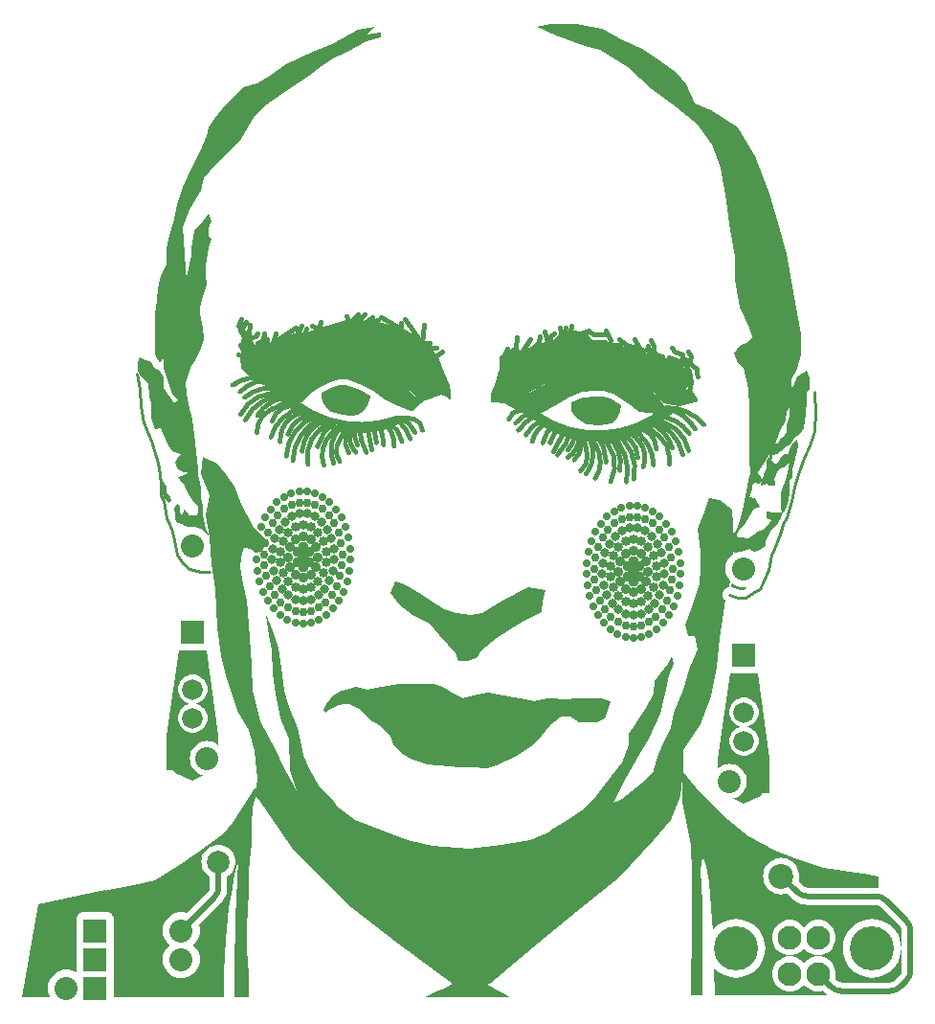
<source format=gtl>
G04 start of page 2 for group 3 layer_idx 0 *
G04 Title: (unknown), top_copper *
G04 Creator: pcb-rnd 3.1.4-dev *
G04 CreationDate: 2024-02-11 09:28:28 UTC *
G04 For: STEM4ukraine *
G04 Format: Gerber/RS-274X *
G04 PCB-Dimensions: 334646 393701 *
G04 PCB-Coordinate-Origin: lower left *
%MOIN*%
%FSLAX25Y25*%
%LNTOP_COPPER_NONE_3*%
%ADD32C,0.0362*%
%ADD31C,0.0906*%
%ADD30C,0.0420*%
%ADD29C,0.0394*%
%ADD28C,0.1220*%
%ADD27C,0.0827*%
%ADD26C,0.1535*%
%ADD25C,0.0866*%
%ADD24C,0.0720*%
%ADD23C,0.0787*%
%ADD22C,0.0800*%
%ADD21C,0.0394*%
%ADD20C,0.0374*%
%ADD19C,0.0354*%
%ADD18C,0.0335*%
%ADD17C,0.0315*%
%ADD16C,0.0295*%
%ADD15C,0.0276*%
%ADD14C,0.0200*%
%ADD13C,0.0150*%
%ADD12C,0.0100*%
%ADD11C,0.0001*%
G54D11*G36*
X263000Y212201D02*Y230701D01*
X262500Y237201D01*
X261000Y244701D01*
X259000Y246201D01*
X257500Y249701D01*
X259500Y252201D01*
X262500Y253701D01*
X264000Y255201D01*
X263000Y258701D01*
X259500Y265701D01*
X258000Y275201D01*
Y283201D01*
X256000Y294701D01*
X255000Y302701D01*
X253000Y314201D01*
X250000Y322201D01*
X245000Y329201D01*
X237500Y335201D01*
X229000Y341701D01*
X220500Y349201D01*
X211000Y355201D01*
X205500Y356701D01*
X195500Y360201D01*
X189000Y363201D01*
X193500Y364201D01*
X202500D01*
X211500Y362701D01*
X219000Y358701D01*
X225500Y355701D01*
X231500Y351701D01*
X237500Y347201D01*
X241000Y343201D01*
X244000Y336701D01*
X249500Y334201D01*
X259000Y328201D01*
X265000Y318201D01*
X270000Y305201D01*
X273500Y292701D01*
X276000Y284201D01*
X279000Y267201D01*
X281000Y256201D01*
Y249201D01*
X279500Y244201D01*
X277500Y240701D01*
Y236701D01*
X279500Y241701D01*
X283000Y243701D01*
X284000Y241201D01*
Y237201D01*
X281500Y234201D01*
X278500Y233201D01*
X276000Y229201D01*
X275500Y226201D01*
X273500Y222701D01*
X271500Y217201D01*
X268500Y212201D01*
X263500Y204701D01*
X263000Y212201D01*
G37*
G36*
X270500D02*X270000Y212701D01*
Y214701D01*
X270500Y216701D01*
X272000Y218201D01*
X273000D01*
X274000Y220201D01*
X275000Y220701D01*
X276000Y222201D01*
Y224701D01*
X277000Y227701D01*
Y231701D01*
X283000Y236701D01*
Y233701D01*
X282500Y228201D01*
X282000Y223701D01*
X280500Y221701D01*
X279000Y220701D01*
X277500Y218701D01*
X277000Y217701D01*
X275500Y217201D01*
X275000Y216201D01*
X274000Y215701D01*
X272500Y214701D01*
X271000Y214201D01*
X270500Y211701D01*
Y212201D01*
G37*
G36*
X267000Y204201D02*X267500Y205701D01*
X268000Y207701D01*
X269000Y209701D01*
Y212201D01*
X269500Y213701D01*
X270500Y212201D01*
X272000Y211201D01*
X273000Y211701D01*
X274000Y213701D01*
X275000Y214701D01*
X276500D01*
X277000Y216201D01*
X278000Y218201D01*
X279500Y219701D01*
X280000Y217701D01*
X279500Y215701D01*
X279000Y213201D01*
X278500Y211201D01*
X278000Y209701D01*
Y206701D01*
X277000Y205701D01*
Y201201D01*
X276500Y198201D01*
X275500Y195701D01*
X275000Y194201D01*
X274000Y195201D01*
Y201201D01*
X275500Y205701D01*
X276500Y209701D01*
X277000Y212201D01*
X276500Y211701D01*
X275500Y210201D01*
X273500Y209701D01*
X272500Y208201D01*
X272000Y206701D01*
X271500Y206201D01*
X272000Y204701D01*
Y203701D01*
X270000D01*
X269000Y204201D01*
X267000Y203701D01*
Y204201D01*
G37*
G36*
X265000Y208701D02*X266500Y207201D01*
X267500Y205701D01*
X266500Y204201D01*
X264500Y204701D01*
X264000Y203701D01*
Y202201D01*
X263000Y199701D01*
X265000Y199201D01*
X266500Y196201D01*
X264500Y195701D01*
X261500Y190701D01*
X259500Y188701D01*
X258500Y186701D01*
X259000Y185701D01*
X260000D01*
X262500Y185201D01*
X264500Y186701D01*
X266000Y187701D01*
X267500Y188201D01*
X270000Y190701D01*
X270500Y191701D01*
X269000Y192201D01*
Y194701D01*
X272000Y194201D01*
X273500D01*
X274500Y194701D01*
X274000Y192201D01*
X273000Y190701D01*
X270500Y188201D01*
X268500Y184201D01*
Y182701D01*
X266500Y181201D01*
X264500Y180701D01*
X263000Y181701D01*
X260000Y180701D01*
X257500Y180201D01*
X256500Y182201D01*
X257000Y185701D01*
X259000Y189201D01*
X260000Y192701D01*
X261000Y196701D01*
X262000Y201701D01*
X263000Y207201D01*
X265000Y208701D01*
G37*
G36*
X218000Y229201D02*X216500Y226701D01*
X215000Y225201D01*
X214622Y225050D01*
X213267Y224858D01*
X210267Y224702D01*
X207266Y224811D01*
X206551Y224900D01*
X205500Y225201D01*
X202500Y227201D01*
X201000Y229701D01*
Y232457D01*
X205029Y234247D01*
X209111Y234701D01*
X211720D01*
X214650Y233864D01*
X218364Y231387D01*
X218000Y229201D01*
G37*
G36*
X177500Y232201D02*X174500Y232701D01*
X173000D01*
Y235701D01*
X174500Y239701D01*
X175500Y243701D01*
X181000Y247701D01*
X188000Y251201D01*
X195000Y253701D01*
X202500Y254701D01*
X211000Y252701D01*
X217500Y249201D01*
X223500Y247701D01*
X231500Y244701D01*
X237500Y239701D01*
X242000Y236201D01*
X244000Y232701D01*
X238500Y231201D01*
X233000Y232201D01*
X227500Y238201D01*
X223500Y242701D01*
X218000Y245701D01*
X213000Y246701D01*
X206500Y246201D01*
X200000Y244201D01*
X193000Y239701D01*
X181500Y233701D01*
X180500Y230701D01*
X177500Y232201D01*
G37*
G36*
X90000Y91701D02*X89500Y85701D01*
Y79201D01*
X88500Y69701D01*
Y62201D01*
X88000Y50201D01*
Y42201D01*
X88500Y33201D01*
Y25701D01*
X83500D01*
Y35201D01*
X84000Y53201D01*
X84500Y66701D01*
X85000Y73201D01*
X84500Y72201D01*
X83500Y68201D01*
X82500Y61701D01*
X81500Y56701D01*
X80500Y45701D01*
X80000Y34701D01*
Y25701D01*
X71208D01*
Y36717D01*
X71440Y37681D01*
X71500Y38701D01*
X71440Y39721D01*
X71208Y40684D01*
Y46717D01*
X71440Y47681D01*
X71500Y48701D01*
X71440Y49721D01*
X71212Y50670D01*
X78657Y58115D01*
X78657Y58115D01*
X79134Y58625D01*
X79559Y59179D01*
X79935Y59768D01*
X80257Y60388D01*
X80525Y61033D01*
X80735Y61699D01*
X80886Y62381D01*
X80977Y63074D01*
X81008Y63772D01*
X81000Y63879D01*
Y67576D01*
X81500Y67883D01*
X82211Y68490D01*
X82818Y69200D01*
X83306Y69997D01*
X83664Y70860D01*
X83882Y71769D01*
X83937Y72701D01*
X83882Y73632D01*
X83664Y74541D01*
X83306Y75404D01*
X82818Y76201D01*
X82211Y76912D01*
X81500Y77519D01*
X80704Y78007D01*
X79840Y78365D01*
X78932Y78583D01*
X78000Y78656D01*
X77068Y78583D01*
X76160Y78365D01*
X75296Y78007D01*
X74500Y77519D01*
X73789Y76912D01*
X73182Y76201D01*
X72694Y75404D01*
X72336Y74541D01*
X72118Y73632D01*
X72045Y72701D01*
X72118Y71769D01*
X72336Y70860D01*
X72694Y69997D01*
X73182Y69200D01*
X73789Y68490D01*
X74500Y67883D01*
X75000Y67576D01*
Y63804D01*
X74998Y63772D01*
X74992Y63598D01*
X74970Y63425D01*
X74932Y63254D01*
X74879Y63088D01*
X74813Y62927D01*
X74732Y62772D01*
X74638Y62625D01*
X74532Y62486D01*
X74414Y62358D01*
X74414Y62358D01*
X71208Y59152D01*
Y76247D01*
X74000Y78201D01*
X79500Y82201D01*
X83000Y86201D01*
X89000Y95701D01*
X90500Y98201D01*
X91500D01*
X91000Y95201D01*
X90000Y91701D01*
G37*
G36*
X71201Y40716D02*X70809Y41661D01*
X70275Y42533D01*
X69610Y43311D01*
X69154Y43701D01*
X69610Y44090D01*
X70275Y44868D01*
X70809Y45741D01*
X71201Y46686D01*
X71208Y46717D01*
Y40684D01*
X71201Y40716D01*
G37*
G36*
X41500Y25701D02*Y32603D01*
X41508Y32701D01*
X41477Y33093D01*
X41477Y33093D01*
X41385Y33476D01*
X41292Y33701D01*
X41385Y33926D01*
X41477Y34308D01*
X41508Y34701D01*
X41500Y34799D01*
Y42603D01*
X41508Y42701D01*
X41477Y43093D01*
X41477Y43093D01*
X41385Y43476D01*
X41292Y43701D01*
X41385Y43926D01*
X41477Y44308D01*
X41508Y44701D01*
X41500Y44799D01*
Y52603D01*
X41508Y52701D01*
X41477Y53093D01*
X41477Y53093D01*
X41385Y53476D01*
X41234Y53839D01*
X41029Y54175D01*
X40773Y54474D01*
X40474Y54730D01*
X40138Y54935D01*
X39775Y55086D01*
X39392Y55178D01*
X39000Y55208D01*
X38902Y55201D01*
X31098D01*
X31000Y55208D01*
X30608Y55178D01*
X30608Y55178D01*
X30225Y55086D01*
X29862Y54935D01*
X29526Y54730D01*
X29227Y54474D01*
X28971Y54175D01*
X28766Y53839D01*
X28615Y53476D01*
X28523Y53093D01*
X28492Y52701D01*
X28500Y52603D01*
Y44799D01*
X28492Y44701D01*
X28523Y44309D01*
X28523Y44308D01*
X28615Y43926D01*
X28708Y43701D01*
X28615Y43476D01*
X28523Y43093D01*
X28492Y42701D01*
X28500Y42603D01*
Y34799D01*
X28492Y34701D01*
X28523Y34309D01*
X28523Y34308D01*
X28564Y34140D01*
X27960Y34510D01*
X27015Y34902D01*
X26020Y35141D01*
X25000Y35221D01*
X23980Y35141D01*
X22985Y34902D01*
X22500Y34701D01*
Y59201D01*
X38000Y62701D01*
X48500Y64701D01*
X56000Y66201D01*
X64000Y71201D01*
X71208Y76247D01*
Y59152D01*
X66969Y54913D01*
X66020Y55141D01*
X65000Y55221D01*
X63980Y55141D01*
X62985Y54902D01*
X62040Y54510D01*
X61168Y53976D01*
X60390Y53311D01*
X59725Y52533D01*
X59191Y51661D01*
X58799Y50716D01*
X58560Y49721D01*
X58480Y48701D01*
X58560Y47681D01*
X58799Y46686D01*
X59191Y45741D01*
X59725Y44868D01*
X60390Y44090D01*
X60846Y43701D01*
X60390Y43311D01*
X59725Y42533D01*
X59191Y41661D01*
X58799Y40716D01*
X58560Y39721D01*
X58480Y38701D01*
X58560Y37681D01*
X58799Y36686D01*
X59191Y35741D01*
X59725Y34868D01*
X60390Y34090D01*
X61168Y33426D01*
X62040Y32891D01*
X62985Y32500D01*
X63980Y32261D01*
X65000Y32181D01*
X66020Y32261D01*
X67015Y32500D01*
X67960Y32891D01*
X68832Y33426D01*
X69610Y34090D01*
X70275Y34868D01*
X70809Y35741D01*
X71201Y36686D01*
X71208Y36717D01*
Y25701D01*
X41500D01*
G37*
G36*
X115500Y124701D02*X114500Y125701D01*
X115500Y127701D01*
X117000Y129201D01*
X118000Y130701D01*
X121000Y132201D01*
X126000Y133201D01*
X123500Y132201D01*
X121000Y130701D01*
X121500Y129701D01*
X125000Y128201D01*
X123500Y127701D01*
X122000D01*
X120000Y127201D01*
X116000Y125201D01*
X115500Y124701D01*
G37*
G36*
X133500Y122201D02*X138000Y119201D01*
X143000Y115701D01*
X149500Y114201D01*
X160000Y112701D01*
X168000D01*
X176500Y113701D01*
X183500Y116701D01*
X192000Y120201D01*
X198000Y126201D01*
X193500Y120201D01*
X190500Y116701D01*
X188000Y113701D01*
X182000Y109701D01*
X175000Y106201D01*
X171500Y105201D01*
X166500Y105701D01*
X162000D01*
X155000Y106201D01*
X150500Y106701D01*
X145000Y108701D01*
X141500Y110701D01*
X139000Y113701D01*
X138000Y116701D01*
X132000Y122701D01*
X133500Y122201D01*
G37*
G36*
X123000Y132701D02*X126000Y133701D01*
X130000Y132701D01*
X135000Y133701D01*
X141000Y134701D01*
X153000D01*
X156000Y133701D01*
X159000Y131701D01*
X163000Y129701D01*
X167000Y130701D01*
X172000Y131701D01*
X188000Y128701D01*
X193000Y129701D01*
X198500Y129201D01*
Y125701D01*
X195500Y122701D01*
X191000Y119701D01*
X176000Y113701D01*
X169000Y112701D01*
X161000D01*
X152500Y113701D01*
X143000Y115701D01*
X139000Y118701D01*
X132000Y122701D01*
X128000Y126701D01*
X124000Y128701D01*
X120000Y129701D01*
Y130701D01*
X123000Y132701D01*
G37*
G36*
X115500Y124701D02*X114500Y125701D01*
X115500Y127701D01*
X117000Y129201D01*
X118000Y130701D01*
X121000Y132201D01*
X126000Y133201D01*
X123500Y132201D01*
X121000Y130701D01*
X121500Y129701D01*
X125000Y128201D01*
X123500Y127701D01*
X122000D01*
X120000Y127201D01*
X116000Y125201D01*
X115500Y124701D01*
G37*
G36*
X133500Y122201D02*X138000Y119201D01*
X143000Y115701D01*
X149500Y114201D01*
X160000Y112701D01*
X168000D01*
X176500Y113701D01*
X183500Y116701D01*
X192000Y120201D01*
X198000Y126201D01*
X193500Y120201D01*
X190500Y116701D01*
X188000Y113701D01*
X182000Y109701D01*
X175000Y106201D01*
X171500Y105201D01*
X166500Y105701D01*
X162000D01*
X155000Y106201D01*
X150500Y106701D01*
X145000Y108701D01*
X141500Y110701D01*
X139000Y113701D01*
X138000Y116701D01*
X132000Y122701D01*
X133500Y122201D01*
G37*
G36*
X256500Y168701D02*X256954Y169609D01*
X257168Y169426D01*
X258040Y168891D01*
X258985Y168500D01*
X259980Y168261D01*
X261000Y168181D01*
X262020Y168261D01*
X262510Y168379D01*
X260743Y167201D01*
X259406D01*
X256791Y168072D01*
X256701Y168096D01*
X256500Y168701D01*
G37*
G36*
X229000Y102201D02*X231000Y109201D01*
X232500Y113201D01*
X235500Y119201D01*
X236500Y124701D01*
X240000Y132701D01*
X242000Y139701D01*
X245000Y146701D01*
X244000Y151201D01*
X241500D01*
X240500Y155201D01*
X243000Y161201D01*
X245500Y169701D01*
X246000Y174701D01*
Y180701D01*
X245000Y188701D01*
X247000Y193701D01*
X249000Y199201D01*
X252500Y198701D01*
X257000Y195201D01*
X257500Y184701D01*
X257047Y179873D01*
X256390Y179311D01*
X255725Y178533D01*
X255191Y177661D01*
X254799Y176716D01*
X254560Y175721D01*
X254480Y174701D01*
X254560Y173681D01*
X254799Y172686D01*
X255191Y171741D01*
X255725Y170868D01*
X256156Y170364D01*
X256000Y168701D01*
X255831Y168195D01*
X255627Y168181D01*
X255243Y168092D01*
X254879Y167944D01*
X254541Y167741D01*
X254240Y167487D01*
X253982Y167190D01*
X253774Y166856D01*
X253621Y166494D01*
X253526Y166112D01*
X253492Y165720D01*
X253520Y165327D01*
X253609Y164944D01*
X253757Y164579D01*
X253960Y164242D01*
X254213Y163941D01*
X254453Y163733D01*
X254000Y159201D01*
X252500Y150701D01*
X251500Y140701D01*
X249500Y130201D01*
X246000Y120701D01*
X240000Y111701D01*
X229000Y102201D01*
G37*
G36*
X194000Y122201D02*X198000Y125701D01*
X199500Y129201D01*
X198500D01*
X203000Y129701D01*
X211500D01*
X214500Y128701D01*
X214000Y126201D01*
X212500Y122701D01*
X210000Y121201D01*
X203500D01*
X200500Y123201D01*
X197500D01*
X194000Y121201D01*
Y122201D01*
G37*
G36*
X270000Y100701D02*X267000Y95701D01*
X261000Y92953D01*
X260992Y92956D01*
Y97364D01*
X261363Y97968D01*
X261724Y98841D01*
X261944Y99759D01*
X262000Y100701D01*
X261944Y101642D01*
X261724Y102561D01*
X261363Y103433D01*
X260992Y104038D01*
Y109586D01*
X261000Y109585D01*
X261800Y109648D01*
X262581Y109835D01*
X263322Y110143D01*
X264007Y110562D01*
X264617Y111083D01*
X265139Y111694D01*
X265558Y112378D01*
X265865Y113120D01*
X266053Y113901D01*
X266100Y114701D01*
X266053Y115501D01*
X265865Y116282D01*
X265558Y117023D01*
X265139Y117708D01*
X264617Y118318D01*
X264007Y118840D01*
X263322Y119259D01*
X262581Y119566D01*
X262020Y119701D01*
X262581Y119835D01*
X263322Y120143D01*
X264007Y120562D01*
X264617Y121083D01*
X265139Y121694D01*
X265558Y122378D01*
X265865Y123120D01*
X266053Y123901D01*
X266100Y124701D01*
X266053Y125501D01*
X265865Y126282D01*
X265558Y127023D01*
X265139Y127708D01*
X264617Y128318D01*
X264007Y128840D01*
X263322Y129259D01*
X262581Y129566D01*
X261800Y129754D01*
X261000Y129817D01*
X260992Y129816D01*
Y138201D01*
X264902D01*
X265000Y138193D01*
X265392Y138224D01*
X265392Y138224D01*
X265775Y138316D01*
X265881Y138360D01*
X270000Y108701D01*
Y100701D01*
G37*
G36*
X260869Y104238D02*X260256Y104957D01*
X259538Y105570D01*
X258732Y106063D01*
X257860Y106425D01*
X256942Y106645D01*
X256000Y106719D01*
X255058Y106645D01*
X254140Y106425D01*
X253268Y106063D01*
X252462Y105570D01*
X252000Y105175D01*
Y108701D01*
X256119Y138360D01*
X256225Y138316D01*
X256608Y138224D01*
X257000Y138193D01*
X257098Y138201D01*
X260992D01*
Y129816D01*
X260200Y129754D01*
X259419Y129566D01*
X258678Y129259D01*
X257993Y128840D01*
X257383Y128318D01*
X256861Y127708D01*
X256442Y127023D01*
X256135Y126282D01*
X255947Y125501D01*
X255884Y124701D01*
X255947Y123901D01*
X256135Y123120D01*
X256442Y122378D01*
X256861Y121694D01*
X257383Y121083D01*
X257993Y120562D01*
X258678Y120143D01*
X259419Y119835D01*
X259980Y119701D01*
X259419Y119566D01*
X258678Y119259D01*
X257993Y118840D01*
X257383Y118318D01*
X256861Y117708D01*
X256442Y117023D01*
X256135Y116282D01*
X255947Y115501D01*
X255884Y114701D01*
X255947Y113901D01*
X256135Y113120D01*
X256442Y112378D01*
X256861Y111694D01*
X257383Y111083D01*
X257993Y110562D01*
X258678Y110143D01*
X259419Y109835D01*
X260200Y109648D01*
X260992Y109586D01*
Y104038D01*
X260869Y104238D01*
G37*
G36*
X257021Y94775D02*X257860Y94977D01*
X258732Y95338D01*
X259538Y95832D01*
X260256Y96445D01*
X260869Y97163D01*
X260992Y97364D01*
Y92956D01*
X257021Y94775D01*
G37*
G36*
X154000Y27701D02*X156500Y28701D01*
X159500Y30201D01*
X171000D01*
X178000Y26701D01*
X179500Y25701D01*
X150000D01*
X152000Y26701D01*
X154000Y27701D01*
G37*
G36*
X194000Y122201D02*X198000Y125701D01*
X199500Y129201D01*
X198500D01*
X203000Y129701D01*
X211500D01*
X214500Y128701D01*
X214000Y126201D01*
X212500Y122701D01*
X210000Y121201D01*
X203500D01*
X200500Y123201D01*
X197500D01*
X194000Y121201D01*
Y122201D01*
G37*
G36*
X193500Y83701D02*X199500Y87201D01*
X204500Y90701D01*
X208500Y94201D01*
X212500Y99701D01*
X218500Y107201D01*
X221000Y113201D01*
Y117201D01*
X222500Y119701D01*
X225000Y123201D01*
X227000Y126201D01*
X229500Y131201D01*
X230000Y135701D01*
X232000Y138201D01*
X234500Y141701D01*
X236000Y144201D01*
X236500Y141701D01*
X235000Y137701D01*
X233500Y131201D01*
X232000Y124201D01*
X228000Y115701D01*
X223500Y108201D01*
X219500Y101201D01*
X215500Y93201D01*
X213000Y88701D01*
X210000Y83701D01*
X188000Y75201D01*
X189500Y77701D01*
X193500Y83701D01*
G37*
G36*
X125500Y87201D02*X136000Y83201D01*
X144000Y80201D01*
X152500Y78201D01*
X165500Y77201D01*
X176500Y78701D01*
X186500Y80201D01*
X194500Y83701D01*
X218500Y94701D01*
X227000Y101201D01*
X232500Y107201D01*
X240000Y112201D01*
Y104701D01*
X239000Y95701D01*
X235500Y87201D01*
X229500Y80201D01*
X217500Y67201D01*
X202500Y55201D01*
X191500Y46201D01*
X173000Y30701D01*
X170500Y29701D01*
X159500Y30201D01*
X140500Y44201D01*
X124500Y56701D01*
X103500Y77701D01*
X92000Y94701D01*
X119000Y92201D01*
X125500Y87201D01*
G37*
G36*
X86000Y178701D02*X85500Y175201D01*
X86500Y169201D01*
X88000Y163701D01*
X88500Y155201D01*
X89500Y141201D01*
X90000Y132201D01*
X92500Y121701D01*
X98000Y111701D01*
X101000Y105201D01*
X108000Y92701D01*
X106500Y88701D01*
X96000Y89701D01*
X91000Y95701D01*
X91500Y101701D01*
X90500Y111201D01*
X88500Y118701D01*
X85000Y124701D01*
X81000Y136201D01*
X79000Y144201D01*
X77500Y154201D01*
X77000Y167701D01*
X75500Y176201D01*
X75000Y185701D01*
X73500Y193201D01*
X75000Y200201D01*
X72000Y207701D01*
X72500Y213701D01*
X77500Y211201D01*
X80500Y207701D01*
X83500Y203201D01*
X86000Y197201D01*
X90000Y189701D01*
X94500Y184701D01*
X95000Y183201D01*
X92500Y180201D01*
X87000Y182201D01*
X86000Y178701D01*
G37*
G36*
X69131Y105163D02*X69744Y104445D01*
X70462Y103832D01*
X71268Y103338D01*
X72140Y102977D01*
X72979Y102775D01*
X69000Y100953D01*
X68992Y100956D01*
Y105390D01*
X69131Y105163D01*
G37*
G36*
X78000Y113175D02*X77538Y113570D01*
X76732Y114063D01*
X75860Y114425D01*
X74942Y114645D01*
X74000Y114719D01*
X73058Y114645D01*
X72140Y114425D01*
X71268Y114063D01*
X70462Y113570D01*
X69744Y112957D01*
X69131Y112238D01*
X68992Y112012D01*
Y117586D01*
X69000Y117585D01*
X69800Y117648D01*
X70581Y117835D01*
X71322Y118143D01*
X72007Y118562D01*
X72617Y119083D01*
X73139Y119694D01*
X73558Y120378D01*
X73865Y121120D01*
X74053Y121901D01*
X74100Y122701D01*
X74053Y123501D01*
X73865Y124282D01*
X73558Y125023D01*
X73139Y125708D01*
X72617Y126318D01*
X72007Y126840D01*
X71322Y127259D01*
X70581Y127566D01*
X70020Y127701D01*
X70581Y127835D01*
X71322Y128143D01*
X72007Y128562D01*
X72617Y129083D01*
X73139Y129694D01*
X73558Y130378D01*
X73865Y131120D01*
X74053Y131901D01*
X74100Y132701D01*
X74053Y133501D01*
X73865Y134282D01*
X73558Y135023D01*
X73139Y135708D01*
X72617Y136318D01*
X72007Y136840D01*
X71322Y137259D01*
X70581Y137566D01*
X69800Y137754D01*
X69000Y137817D01*
X68992Y137816D01*
Y146201D01*
X72902D01*
X73000Y146193D01*
X73392Y146224D01*
X73392Y146224D01*
X73775Y146316D01*
X73881Y146360D01*
X78000Y116701D01*
Y113175D01*
G37*
G36*
X68637Y111433D02*X68276Y110561D01*
X68056Y109642D01*
X67981Y108701D01*
X68056Y107759D01*
X68276Y106841D01*
X68637Y105968D01*
X68992Y105390D01*
Y100956D01*
X63000Y103701D01*
X60000Y108701D01*
Y116701D01*
X64119Y146360D01*
X64225Y146316D01*
X64608Y146224D01*
X65000Y146193D01*
X65098Y146201D01*
X68992D01*
Y137816D01*
X68200Y137754D01*
X67419Y137566D01*
X66678Y137259D01*
X65993Y136840D01*
X65383Y136318D01*
X64861Y135708D01*
X64442Y135023D01*
X64135Y134282D01*
X63947Y133501D01*
X63884Y132701D01*
X63947Y131901D01*
X64135Y131120D01*
X64442Y130378D01*
X64861Y129694D01*
X65383Y129083D01*
X65993Y128562D01*
X66678Y128143D01*
X67419Y127835D01*
X67980Y127701D01*
X67419Y127566D01*
X66678Y127259D01*
X65993Y126840D01*
X65383Y126318D01*
X64861Y125708D01*
X64442Y125023D01*
X64135Y124282D01*
X63947Y123501D01*
X63884Y122701D01*
X63947Y121901D01*
X64135Y121120D01*
X64442Y120378D01*
X64861Y119694D01*
X65383Y119083D01*
X65993Y118562D01*
X66678Y118143D01*
X67419Y117835D01*
X68200Y117648D01*
X68992Y117586D01*
Y112012D01*
X68637Y111433D01*
G37*
G36*
X97000Y153201D02*X99000Y147201D01*
X100000Y140201D01*
X101000Y132201D01*
X102500Y126701D01*
X105500Y119201D01*
X107000Y113201D01*
X107500Y109701D01*
X110000Y104701D01*
X113000Y99201D01*
X117500Y94701D01*
X119500Y91701D01*
X120000Y85701D01*
X110500Y90201D01*
X107000Y92701D01*
X103000Y104201D01*
X102500Y115701D01*
X99500Y122701D01*
X98000Y131201D01*
X97000Y138201D01*
X96500Y146701D01*
X95500Y151701D01*
X94500Y158701D01*
X97000Y153201D01*
G37*
G36*
X160500Y145201D02*X158000Y148201D01*
X155000Y151701D01*
X151500Y155701D01*
X145500Y158701D01*
X141000Y162201D01*
X138000Y166201D01*
X139500Y170201D01*
X142000Y169701D01*
X144500Y168201D01*
X148000Y166201D01*
X152000Y163701D01*
X156500Y160701D01*
X161000Y159201D01*
X166000Y158701D01*
X170000Y159201D01*
X173500Y161701D01*
X177000Y163701D01*
X186000Y168201D01*
X192000Y167201D01*
X191000Y163201D01*
X190500Y159701D01*
X184000Y156201D01*
X179500Y153701D01*
X175000Y150701D01*
X169500Y146201D01*
X168000Y143701D01*
X164500Y142701D01*
X161500D01*
X160500Y145201D01*
G37*
G36*
X69000Y208201D02*X66000D01*
X64000Y209201D01*
X63000Y211701D01*
X64000Y213701D01*
X65000Y214701D01*
X62000Y215701D01*
X60500Y217701D01*
X59000Y221201D01*
X58000Y223701D01*
X56000Y223201D01*
X55500Y224201D01*
X54500Y227201D01*
Y232201D01*
X54000Y234701D01*
X53500Y239201D01*
X51000Y241701D01*
X50000Y243701D01*
Y246701D01*
X50500Y248201D01*
X52000Y247701D01*
X54500Y246701D01*
X55500Y244701D01*
X57500Y243701D01*
X59000Y241201D01*
Y237701D01*
X62000Y233201D01*
X63000Y232201D01*
X64000Y233701D01*
X67500Y231701D01*
X69000Y226701D01*
X70000Y218701D01*
X71000Y209701D01*
X69000Y208201D01*
G37*
G36*
X68000Y189201D02*X66000Y189701D01*
X65500Y190201D01*
X63500Y190701D01*
X63463Y190775D01*
X63392Y190952D01*
X63391Y190958D01*
X63377Y190990D01*
X63321Y191129D01*
X63277Y191223D01*
X63236Y191319D01*
X63169Y191453D01*
X63154Y191485D01*
X63151Y191490D01*
X63000Y191791D01*
Y193701D01*
X62500Y195701D01*
X63500Y197201D01*
X64500Y196701D01*
Y194201D01*
X65500Y193201D01*
X66000Y195201D01*
X67000Y194701D01*
X67500Y193701D01*
Y193201D01*
X70500D01*
X71000Y194701D01*
Y196701D01*
X69000Y198701D01*
X67500Y200701D01*
X66500Y202701D01*
X66000Y204201D01*
X64500Y205701D01*
X64000Y206701D01*
X66000Y207201D01*
X67500Y208201D01*
X68500Y209201D01*
X71000Y209701D01*
Y207201D01*
X71500Y204701D01*
X72000Y202701D01*
Y199201D01*
X72500Y196701D01*
Y193701D01*
X73000Y191701D01*
X73500Y188701D01*
X74500Y186701D01*
X74578Y186039D01*
X74275Y186533D01*
X73610Y187311D01*
X72832Y187976D01*
X71960Y188510D01*
X71015Y188902D01*
X70020Y189141D01*
X69000Y189221D01*
X68142Y189153D01*
X68000Y189201D01*
G37*
G36*
X59500Y198701D02*X59000Y199701D01*
X58500Y201201D01*
Y205201D01*
X60000Y203201D01*
Y201201D01*
X61000Y200201D01*
X61500Y198701D01*
X61000Y197701D01*
X59500Y198701D01*
G37*
G36*
X146500Y234701D02*X138000Y243701D01*
X133500Y246201D01*
X128000Y247701D01*
X122000D01*
X115000Y246701D01*
X107500Y244201D01*
X103500Y242201D01*
X100500Y239201D01*
X99000Y235201D01*
X97500Y236701D01*
X94000Y238701D01*
X91000Y239201D01*
X86000Y244701D01*
X85500Y248201D01*
X88500Y247701D01*
X93000Y250701D01*
X96500Y253701D01*
X102500Y256201D01*
X109500Y257201D01*
X116000Y259201D01*
X123500Y261701D01*
X133500Y260701D01*
X142000Y258701D01*
X150500Y253201D01*
X154500Y248201D01*
X157000Y242201D01*
X158500Y238701D01*
X159000Y236201D01*
Y233701D01*
X158500D01*
X157500Y234701D01*
X155500Y235201D01*
X153000Y234201D01*
X150000Y233201D01*
X147500Y231701D01*
X146500Y234701D01*
G37*
G36*
X67000Y274701D02*X67500Y279201D01*
X68500Y283701D01*
Y286201D01*
X69500Y292201D01*
X72500Y295701D01*
X74500Y298201D01*
X75500Y295701D01*
X74500Y293201D01*
Y290701D01*
X75500Y289201D01*
X74500Y286201D01*
X73500Y280201D01*
Y277701D01*
X74000Y273201D01*
X72500Y269701D01*
X71500Y265701D01*
Y263201D01*
X72500Y258701D01*
X73000Y254701D01*
X72000Y251201D01*
X70000Y247201D01*
X68500Y245201D01*
X66500Y239701D01*
X67000Y235701D01*
X68000Y230201D01*
X63500Y233701D01*
X62000Y235701D01*
X60500Y239701D01*
X59000Y244201D01*
Y248201D01*
X57500Y246201D01*
X56000Y249201D01*
Y263201D01*
X56500Y268201D01*
X57000Y272201D01*
X58000Y276701D01*
X60000Y280701D01*
Y286201D01*
X61000Y290701D01*
X62500Y296201D01*
X63500Y301701D01*
X66000Y308201D01*
X69000Y314701D01*
X72000Y320701D01*
X74000Y325201D01*
X74500Y328201D01*
X76500Y331201D01*
X80500Y336201D01*
X86500Y342201D01*
X91500Y343701D01*
X96000Y346201D01*
X101500Y350201D01*
X111000Y354701D01*
X117500Y357201D01*
X126500Y362201D01*
X132500Y363201D01*
X129500Y360701D01*
X134500Y361201D01*
Y359701D01*
X129500Y358201D01*
X123000Y354701D01*
X118000Y352201D01*
X114000Y349701D01*
X109500Y346201D01*
X100500Y340201D01*
X94000Y335701D01*
X90500Y332201D01*
X86000Y324201D01*
X77000Y315201D01*
X73000Y310701D01*
X72000Y306201D01*
X68000Y299701D01*
X65500Y293701D01*
X67000Y274701D01*
G37*
G36*
X131000Y234201D02*X130000Y231701D01*
X128500Y229701D01*
X126500Y228201D01*
X124544Y227810D01*
X124347Y227819D01*
X121372Y228230D01*
X118444Y228901D01*
X117190Y229308D01*
X116000Y230201D01*
X114500Y232201D01*
X114000Y234201D01*
Y235964D01*
X114006Y235968D01*
X117767Y237848D01*
X120325Y238701D01*
X122615D01*
X127180Y236875D01*
X130944Y234993D01*
X131000Y234951D01*
Y234201D01*
G37*
G36*
X39230Y55190D02*X39000Y55208D01*
X38902Y55201D01*
X31098D01*
X31000Y55208D01*
X30608Y55178D01*
X30608Y55178D01*
X30225Y55086D01*
X29862Y54935D01*
X29526Y54730D01*
X29227Y54474D01*
X28971Y54175D01*
X28766Y53839D01*
X28615Y53476D01*
X28523Y53093D01*
X28492Y52701D01*
X28500Y52603D01*
Y44799D01*
X28492Y44701D01*
X28523Y44309D01*
X28523Y44308D01*
X28615Y43926D01*
X28708Y43701D01*
X28615Y43476D01*
X28523Y43093D01*
X28492Y42701D01*
X28500Y42603D01*
Y34799D01*
X28492Y34701D01*
X28523Y34309D01*
X28523Y34308D01*
X28564Y34140D01*
X27960Y34510D01*
X27015Y34902D01*
X26020Y35141D01*
X25000Y35221D01*
X23980Y35141D01*
X22985Y34902D01*
X22040Y34510D01*
X21168Y33976D01*
X20390Y33311D01*
X19725Y32533D01*
X19191Y31661D01*
X18799Y30716D01*
X18560Y29721D01*
X18480Y28701D01*
X18560Y27681D01*
X18799Y26686D01*
X19191Y25741D01*
X19254Y25638D01*
X9646D01*
X15354Y57724D01*
X38583Y62843D01*
X39230Y55190D01*
G37*
G36*
X295517Y41248D02*X295539Y40962D01*
X295913Y39404D01*
X296526Y37924D01*
X297363Y36559D01*
X298404Y35341D01*
X299622Y34300D01*
X300987Y33463D01*
X302467Y32850D01*
X304025Y32476D01*
X305622Y32350D01*
X307219Y32476D01*
X308777Y32850D01*
X310257Y33463D01*
X311622Y34300D01*
X312841Y35341D01*
X313881Y36559D01*
X314718Y37924D01*
X315331Y39404D01*
X315705Y40962D01*
X315799Y42559D01*
X315705Y44156D01*
X315331Y45714D01*
X314718Y47194D01*
X313881Y48559D01*
X312841Y49778D01*
X311622Y50818D01*
X310257Y51655D01*
X308777Y52268D01*
X307219Y52642D01*
X305622Y52768D01*
X304025Y52642D01*
X302467Y52268D01*
X300987Y51655D01*
X299622Y50818D01*
X298404Y49778D01*
X297363Y48559D01*
X296741Y47544D01*
X298716Y57701D01*
X306897D01*
X306929Y57699D01*
X307103Y57693D01*
X307276Y57670D01*
X307447Y57633D01*
X307613Y57580D01*
X307774Y57513D01*
X307929Y57433D01*
X308076Y57339D01*
X308215Y57233D01*
X308343Y57115D01*
X308343Y57115D01*
X315391Y50067D01*
X315413Y50043D01*
X315532Y49915D01*
X315638Y49777D01*
X315732Y49630D01*
X315813Y49475D01*
X315879Y49314D01*
X315932Y49147D01*
X315970Y48977D01*
X315992Y48804D01*
X316000Y48630D01*
X316000Y48630D01*
Y34804D01*
X315998Y34772D01*
X315992Y34598D01*
X315970Y34425D01*
X315932Y34254D01*
X315879Y34088D01*
X315813Y33927D01*
X315732Y33772D01*
X315638Y33625D01*
X315532Y33486D01*
X315414Y33358D01*
X315414Y33358D01*
X313366Y31309D01*
X313342Y31288D01*
X313215Y31169D01*
X313076Y31062D01*
X312929Y30969D01*
X312774Y30888D01*
X312613Y30821D01*
X312447Y30769D01*
X312276Y30731D01*
X312103Y30708D01*
X311929Y30701D01*
X311929Y30701D01*
X294946Y30701D01*
X294914Y30703D01*
X294739Y30708D01*
X294566Y30731D01*
X294396Y30769D01*
X294230Y30821D01*
X294068Y30888D01*
X293914Y30969D01*
X293766Y31062D01*
X293628Y31169D01*
X293568Y31224D01*
X295517Y41248D01*
G37*
G36*
X289000Y70701D02*X304500Y68201D01*
X308000Y67701D01*
Y63629D01*
X307627Y63678D01*
X306929Y63708D01*
X306822Y63701D01*
X283103D01*
X283071Y63703D01*
X282897Y63708D01*
X282724Y63731D01*
X282553Y63769D01*
X282387Y63821D01*
X282226Y63888D01*
X282071Y63969D01*
X281924Y64062D01*
X281912Y64072D01*
Y72786D01*
X289000Y70701D01*
G37*
G36*
X281921Y30018D02*X282492Y29350D01*
X283226Y28723D01*
X284049Y28219D01*
X284941Y27849D01*
X285880Y27624D01*
X286843Y27548D01*
X287805Y27624D01*
X288508Y27793D01*
X289257Y27044D01*
X289257Y27044D01*
X289766Y26567D01*
X290243Y26201D01*
X281912D01*
Y30007D01*
X281921Y30018D01*
G37*
G36*
X292920Y34663D02*X292694Y35602D01*
X292325Y36494D01*
X291820Y37317D01*
X291193Y38051D01*
X290459Y38678D01*
X289636Y39183D01*
X288744Y39552D01*
X287805Y39778D01*
X286843Y39854D01*
X285880Y39778D01*
X284941Y39552D01*
X284049Y39183D01*
X283226Y38678D01*
X282492Y38051D01*
X281921Y37383D01*
X281912Y37394D01*
Y42606D01*
X281921Y42617D01*
X282492Y41949D01*
X283226Y41322D01*
X284049Y40817D01*
X284941Y40448D01*
X285880Y40222D01*
X286843Y40146D01*
X287805Y40222D01*
X288744Y40448D01*
X289636Y40817D01*
X290459Y41322D01*
X291193Y41949D01*
X291820Y42683D01*
X292325Y43506D01*
X292694Y44398D01*
X292920Y45337D01*
X292976Y46299D01*
X292920Y47262D01*
X292694Y48201D01*
X292325Y49093D01*
X291820Y49916D01*
X291193Y50650D01*
X290459Y51277D01*
X289636Y51781D01*
X288744Y52151D01*
X287805Y52376D01*
X286843Y52452D01*
X285880Y52376D01*
X284941Y52151D01*
X284049Y51781D01*
X283226Y51277D01*
X282492Y50650D01*
X281921Y49982D01*
X281912Y49993D01*
Y57784D01*
X282373Y57724D01*
X283071Y57693D01*
X283178Y57701D01*
X306897D01*
X306929Y57699D01*
X307103Y57693D01*
X307276Y57670D01*
X307447Y57633D01*
X307613Y57580D01*
X307774Y57513D01*
X307929Y57433D01*
X308000Y57388D01*
Y52454D01*
X307219Y52642D01*
X305622Y52768D01*
X304025Y52642D01*
X302467Y52268D01*
X300987Y51655D01*
X299622Y50818D01*
X298404Y49778D01*
X297363Y48559D01*
X296526Y47194D01*
X295913Y45714D01*
X295539Y44156D01*
X295413Y42559D01*
X295539Y40962D01*
X295913Y39404D01*
X296526Y37924D01*
X297363Y36559D01*
X298404Y35341D01*
X299622Y34300D01*
X300987Y33463D01*
X302467Y32850D01*
X304025Y32476D01*
X305622Y32350D01*
X307219Y32476D01*
X308000Y32664D01*
Y30701D01*
X294946Y30701D01*
X294914Y30703D01*
X294739Y30708D01*
X294566Y30731D01*
X294396Y30769D01*
X294230Y30821D01*
X294068Y30888D01*
X293914Y30969D01*
X293766Y31062D01*
X293628Y31169D01*
X293499Y31287D01*
X293499Y31287D01*
X292751Y32035D01*
X292920Y32738D01*
X292976Y33701D01*
X292920Y34663D01*
G37*
G36*
X281351Y38051D02*X280617Y38678D01*
X279793Y39183D01*
X278901Y39552D01*
X277963Y39778D01*
X277000Y39854D01*
X276037Y39778D01*
X275099Y39552D01*
X274207Y39183D01*
X273383Y38678D01*
X272649Y38051D01*
X272022Y37317D01*
X271518Y36494D01*
X271148Y35602D01*
X270923Y34663D01*
X270847Y33701D01*
X270923Y32738D01*
X271148Y31799D01*
X271518Y30907D01*
X272022Y30084D01*
X272649Y29350D01*
X273383Y28723D01*
X274207Y28219D01*
X275099Y27849D01*
X276037Y27624D01*
X277000Y27548D01*
X277963Y27624D01*
X278901Y27849D01*
X279793Y28219D01*
X280617Y28723D01*
X281351Y29350D01*
X281912Y30007D01*
Y26201D01*
X251000D01*
X250694Y35702D01*
X251002Y35341D01*
X252220Y34300D01*
X253586Y33463D01*
X255066Y32850D01*
X256624Y32476D01*
X258220Y32350D01*
X259817Y32476D01*
X261375Y32850D01*
X262855Y33463D01*
X264221Y34300D01*
X265439Y35341D01*
X266479Y36559D01*
X267316Y37924D01*
X267929Y39404D01*
X268303Y40962D01*
X268398Y42559D01*
X268303Y44156D01*
X267929Y45714D01*
X267316Y47194D01*
X266479Y48559D01*
X265439Y49778D01*
X264221Y50818D01*
X262855Y51655D01*
X261375Y52268D01*
X259817Y52642D01*
X258220Y52768D01*
X256624Y52642D01*
X255066Y52268D01*
X253586Y51655D01*
X252220Y50818D01*
X251002Y49778D01*
X250177Y48811D01*
X250000Y52701D01*
X249000Y65701D01*
X248000Y71201D01*
X247000Y74201D01*
X246500D01*
X246000Y69701D01*
X246500Y58701D01*
Y26201D01*
X242500D01*
X243000Y51201D01*
Y69201D01*
X242500Y78201D01*
X240500Y88701D01*
X239500Y93701D01*
Y99201D01*
X239000Y104201D01*
X239500D01*
X246000Y96701D01*
X255500Y87201D01*
X262500Y81701D01*
X272000Y76701D01*
X280500Y73201D01*
X281912Y72786D01*
Y64072D01*
X281785Y64169D01*
X281657Y64287D01*
X281657Y64287D01*
X280071Y65872D01*
X280272Y66707D01*
X280331Y67701D01*
X280272Y68694D01*
X280039Y69663D01*
X279658Y70584D01*
X279137Y71433D01*
X278490Y72191D01*
X277733Y72838D01*
X276883Y73359D01*
X275962Y73740D01*
X274993Y73973D01*
X274000Y74051D01*
X273007Y73973D01*
X272038Y73740D01*
X271117Y73359D01*
X270267Y72838D01*
X269510Y72191D01*
X268863Y71433D01*
X268342Y70584D01*
X267961Y69663D01*
X267728Y68694D01*
X267650Y67701D01*
X267728Y66707D01*
X267961Y65738D01*
X268342Y64818D01*
X268863Y63968D01*
X269510Y63210D01*
X270267Y62563D01*
X271117Y62043D01*
X272038Y61661D01*
X273007Y61429D01*
X274000Y61351D01*
X274993Y61429D01*
X275829Y61629D01*
X277414Y60044D01*
X277414Y60044D01*
X277924Y59567D01*
X278478Y59141D01*
X279067Y58766D01*
X279687Y58443D01*
X280332Y58176D01*
X280999Y57966D01*
X281681Y57815D01*
X281912Y57784D01*
Y49993D01*
X281351Y50650D01*
X280617Y51277D01*
X279793Y51781D01*
X278901Y52151D01*
X277963Y52376D01*
X277000Y52452D01*
X276037Y52376D01*
X275099Y52151D01*
X274207Y51781D01*
X273383Y51277D01*
X272649Y50650D01*
X272022Y49916D01*
X271518Y49093D01*
X271148Y48201D01*
X270923Y47262D01*
X270847Y46299D01*
X270923Y45337D01*
X271148Y44398D01*
X271518Y43506D01*
X272022Y42683D01*
X272649Y41949D01*
X273383Y41322D01*
X274207Y40817D01*
X275099Y40448D01*
X276037Y40222D01*
X277000Y40146D01*
X277963Y40222D01*
X278901Y40448D01*
X279793Y40817D01*
X280617Y41322D01*
X281351Y41949D01*
X281912Y42606D01*
Y37394D01*
X281351Y38051D01*
G37*
G54D12*X68000Y174701D02*X65500Y176701D01*
X63500Y179701D01*
X62500Y184701D01*
X62000Y187701D01*
G54D13*X85000Y249201D02*X87750Y248201D01*
X89000D02*X90315Y250016D01*
X91707Y224676D02*X91060Y222262D01*
G54D12*X75000Y173701D02*X72000D01*
X68000Y174701D01*
G54D14*X78000Y63772D02*Y72701D01*
X65000Y48701D02*X76536Y60236D01*
G54D15*X92235Y170113D03*
X91418Y173849D03*
X91064Y177723D03*
X91182Y181626D03*
X91770Y185445D03*
G54D13*X182000Y250701D02*X179500Y246201D01*
X178000Y245201D02*X180000Y250201D01*
X176500Y243201D02*Y248201D01*
G54D14*X172000Y130701D02*X177000Y129701D01*
X167000D02*X172000Y130701D01*
X163000Y128701D02*X167000Y129701D01*
X177000D02*X183000Y128701D01*
X181000Y123701D02*X186000D01*
X175000Y124701D02*X181000Y123701D01*
X171000Y124701D02*X175000D01*
X167000Y123701D02*X171000Y124701D01*
X163000Y123701D02*X167000D01*
X176000Y113701D02*X184000Y116701D01*
X169000Y112701D02*X176000Y113701D01*
X161000Y112701D02*X169000D01*
X159000Y130701D02*X163000Y128701D01*
Y123701D02*X159000Y124701D01*
X156000Y132701D02*X159000Y130701D01*
Y124701D02*X154000Y126701D01*
X161000Y112701D02*X153000Y113701D01*
Y133701D02*X156000Y132701D01*
X127000Y129701D02*X120000D01*
X124000Y128701D02*X128000Y126701D01*
X120000Y129701D02*X124000Y128701D01*
X131000D02*X127000Y129701D01*
X139000Y127701D02*X131000Y128701D01*
X132000Y122701D02*X128000Y126701D01*
X139000Y118701D02*X132000Y122701D01*
X143000Y115701D02*X139000Y118701D01*
X153000Y113701D02*X143000Y115701D01*
X141000Y133701D02*X153000D01*
X135000Y132701D02*X141000Y133701D01*
X146000Y127701D02*X139000D01*
X154000Y126701D02*X146000Y127701D01*
X130000Y131701D02*X135000Y132701D01*
X126000D02*X130000Y131701D01*
X123000D02*X126000Y132701D01*
G54D16*X119745Y187110D03*
X120704Y183487D03*
X121121Y179668D03*
X120982Y175809D03*
X120290Y172069D03*
G54D15*X123582Y173849D03*
G54D14*X120000Y129701D02*X123000Y131701D01*
G54D16*X119075Y168600D03*
G54D15*X122765Y170113D03*
X121509Y166625D03*
X119849Y163485D03*
X118883Y195329D03*
X120727Y192396D03*
X122190Y189070D03*
X123230Y185445D03*
X123818Y181626D03*
X123936Y177723D03*
G54D13*X156000Y250201D02*X153500Y248701D01*
X154000Y251701D02*X151000D01*
X148844Y253201D02*X151500D01*
X96655Y230325D02*X102281Y233231D01*
G54D15*X98288Y197783D03*
X100724Y199688D03*
X103355Y200989D03*
G54D16*X100881Y195396D03*
X103417Y196920D03*
G54D15*X96117Y195329D03*
G54D16*X108880Y197697D03*
X111583Y196920D03*
G54D13*X129422Y224406D02*X131344Y216126D01*
G54D15*X108895Y201649D03*
X111645Y200989D03*
G54D16*X106120Y197697D03*
X114119Y195396D03*
G54D15*X106105Y201649D03*
X114276Y199688D03*
X116712Y197783D03*
G54D17*X106143Y193739D03*
G54D16*X98616Y193189D03*
X116384D03*
G54D17*X103514Y192794D03*
X108857Y193739D03*
X111486Y192794D03*
G54D18*X104759Y189245D03*
X110241D03*
G54D17*X101136Y190963D03*
X113864D03*
G54D16*X118285Y190389D03*
X96715D03*
G54D19*X104899Y185008D03*
G54D18*X102348Y187296D03*
X107500Y189921D03*
X112652Y187296D03*
G54D17*X115842Y188363D03*
X117296Y185155D03*
X97704D03*
X99158Y188363D03*
G54D19*X102995Y182343D03*
X107500Y185984D03*
X110101Y185008D03*
X112005Y182343D03*
G54D18*X114441Y184311D03*
X100559D03*
G54D20*X105430Y180374D03*
G54D18*X99607Y180649D03*
G54D17*X96865Y181541D03*
G54D20*X107500Y182047D03*
X109570Y180374D03*
G54D18*X115393Y180649D03*
G54D17*X118135Y181541D03*
G54D21*X107500Y178701D03*
G54D20*Y175354D03*
X105430Y177028D03*
X109570D03*
G54D19*X112702Y178701D03*
X112005Y175059D03*
G54D18*X115393Y176752D03*
X114441Y173091D03*
G54D17*X118305Y177749D03*
X117797Y174017D03*
X116641Y170579D03*
G54D19*X107500Y171417D03*
X110101Y172393D03*
G54D18*X107500Y167480D03*
X112652Y170105D03*
X110241Y168157D03*
G54D17*X107500Y163543D03*
X104807Y164020D03*
X110193D03*
X114911Y167651D03*
G54D16*X115291Y163029D03*
X112879Y161154D03*
G54D15*X117835Y160781D03*
X115523Y158594D03*
X112981Y156985D03*
G54D17*X112716Y165418D03*
G54D16*X117385Y165545D03*
X107500Y159606D03*
X110246Y159997D03*
G54D15*X107500Y155669D03*
X104720Y156000D03*
X110280D03*
G54D16*X104754Y159997D03*
X102121Y161154D03*
G54D15*X102019Y156985D03*
X99477Y158594D03*
G54D19*X104899Y172393D03*
G54D18*X102348Y170105D03*
X100559Y173091D03*
G54D17*X98359Y170579D03*
G54D18*X104759Y168157D03*
G54D17*X102284Y165418D03*
X100089Y167651D03*
X97203Y174017D03*
G54D16*X94710Y172069D03*
X99709Y163029D03*
X97615Y165545D03*
G54D15*X97165Y160781D03*
X95151Y163485D03*
G54D16*X95925Y168600D03*
G54D15*X93491Y166625D03*
G54D17*X96695Y177749D03*
G54D16*X94018Y175809D03*
X93879Y179668D03*
X94296Y183487D03*
G54D19*X102995Y175059D03*
X102298Y178701D03*
G54D18*X99607Y176752D03*
G54D16*X95255Y187110D03*
G54D15*X92810Y189070D03*
X94273Y192396D03*
G54D13*X187500Y251701D02*X183174Y249527D01*
X182000Y247701D02*Y250701D01*
X180000Y250201D02*X181500Y251701D01*
X178500Y251201D02*X178000Y245201D01*
X176500Y247201D02*X178500Y251201D01*
X90315Y250016D02*X87250Y254451D01*
X88026Y255674D02*X91500Y249201D01*
X91000Y255701D02*X91500Y256701D01*
X86500Y254201D02*X91000Y255701D01*
X86781Y252982D02*X89000Y248201D01*
X91675Y248875D02*X86781Y252982D01*
X91500Y253201D02*X93583Y254201D01*
X88000Y247701D02*X86500Y254201D01*
X85500Y252701D02*X88000Y247701D01*
X94000Y256701D02*X93000Y250701D01*
X93583Y254201D02*X91675Y248875D01*
X91500Y249201D02*Y253201D01*
X95000Y254701D02*X94500Y251201D01*
X85000Y259201D02*X88026Y255674D01*
X89000Y259701D02*X88500Y256701D01*
X98000D02*X97000Y253201D01*
X107000Y259201D02*X105000Y255701D01*
X97000Y253201D02*X105000Y258701D01*
X113000Y258201D02*X113500Y260701D01*
X110500Y259201D02*X113000Y258201D01*
X108500D02*X108000Y256201D01*
X129000Y260201D02*X133500Y261201D01*
X141500Y258201D02*Y260201D01*
X134500Y262201D02*X141500Y258201D01*
X149500Y259701D02*X148844Y253201D01*
X148500Y253701D02*X143000Y261701D01*
X131500Y262201D02*X129000Y260201D01*
Y263201D02*X125500Y260201D01*
X126500Y263201D02*X123500Y260201D01*
X122500Y262701D01*
X86000Y261701D02*X85000Y259201D01*
X85500Y257701D02*X87500Y260701D01*
Y254534D02*X85500Y257701D01*
X88500Y256701D02*X87500Y254534D01*
X183174Y249527D02*X192643Y253201D01*
X189500Y253701D02*X187500Y251701D01*
X190000Y255701D02*X189500Y253701D01*
G54D14*X204000Y254701D02*X197500Y254201D01*
G54D13*X200500Y255701D01*
X193500D02*Y253701D01*
X192500Y251201D02*X197000Y255451D01*
X192500Y253701D02*X193000Y252201D01*
X186500Y254701D02*X182000Y247701D01*
X198500Y223201D02*X194500Y215701D01*
G54D14*X183000Y128701D02*X188000Y127701D01*
X198000Y126701D02*Y125701D01*
X193000Y128701D02*X200000Y128201D01*
X188000Y127701D02*X193000Y128701D01*
X196000Y126701D02*X198000D01*
X191000Y124701D02*X198500Y127701D01*
X186000Y123701D02*X191000Y124701D01*
X184000Y116701D02*X191000Y119701D01*
X195000Y122701D02*X198000Y125701D01*
X191000Y119701D02*X195000Y122701D01*
G54D13*X181500Y251701D02*X182000Y255201D01*
G54D14*X211000Y252701D02*X204000Y254701D01*
G54D13*X215500Y252701D02*X217000Y250701D01*
X212500Y253701D02*X214000Y252701D01*
X207500Y253701D02*X212500D01*
G54D14*X217500Y249201D02*X211000Y252701D01*
G54D13*X217000Y250701D02*X219000Y251201D01*
X214000Y252701D02*X218000D01*
X213643Y256201D02*X208500D01*
X217500Y254701D02*X220000Y252701D01*
X219000Y251201D02*X220500Y252301D01*
X220000Y252701D02*X223500Y251701D01*
G54D22*X221500Y248701D02*X224000Y247201D01*
G54D13*X225500Y251034D02*X226000Y248701D01*
X227500Y252201D02*X228500Y246201D01*
X226000Y250701D02*X228000Y251201D01*
X224500Y251701D02*X226000Y250701D01*
X223000Y254701D02*X224500Y251701D01*
X229500Y252201D02*Y248701D01*
X228500Y254201D02*X229500Y252201D01*
X233500Y247201D02*X235000Y246201D01*
X231500Y247201D02*X233500D01*
X235000Y248201D02*X237500Y247201D01*
X230500Y249201D02*X232500Y248701D01*
G54D22*X236500Y242201D02*X229500Y243701D01*
G54D13*X237500Y247201D02*X238000Y245201D01*
X240500Y243701D02*Y240701D01*
X228000Y251201D02*X230500Y249201D01*
G54D22*X238500Y240701D02*X236500Y242201D01*
G54D13*X235000Y246201D02*X240500Y247401D01*
X238000Y245201D02*X241444Y246645D01*
X242500Y239701D02*X242000Y243701D01*
Y236701D02*X242500Y239701D01*
X244000Y233701D02*X242000Y236701D01*
X241444Y246645D02*X238500Y237701D01*
X240500Y240701D02*X240000Y237201D01*
X242000Y246201D02*X240500Y243701D01*
X242500Y248701D02*X242000Y246201D01*
X241500Y250201D02*X242500Y248701D01*
X239500Y249201D02*Y248201D01*
X237000Y250201D02*X239500Y249201D01*
X236000Y251701D02*X237000Y250201D01*
X226000Y248701D02*X231500Y247201D01*
X244500Y242701D02*X245000Y241701D01*
X231683Y220438D02*X227000Y224701D01*
X235000Y213701D02*Y211201D01*
G54D20*X220430Y175374D03*
G54D19*X217995Y170059D03*
X217298Y173701D03*
X217995Y177343D03*
G54D21*X222500Y173701D03*
G54D20*Y170354D03*
X220430Y172028D03*
G54D17*X216136Y185963D03*
X218514Y187794D03*
X221143Y188739D03*
G54D16*X215881Y190396D03*
G54D19*X219899Y180008D03*
G54D18*X217348Y182296D03*
X219759Y184245D03*
G54D16*X218417Y191920D03*
X221120Y192697D03*
G54D15*X215724Y194688D03*
X218355Y195989D03*
X221105Y196649D03*
G54D19*X222500Y180984D03*
G54D18*Y184921D03*
G54D17*X223857Y188739D03*
G54D16*X223880Y192697D03*
G54D15*X223895Y196649D03*
G54D18*X214607Y171752D03*
G54D17*X211695Y172749D03*
G54D16*X208879Y174668D03*
G54D17*X212704Y180155D03*
X214158Y183363D03*
G54D16*X209296Y178487D03*
X210255Y182110D03*
G54D18*X214607Y175649D03*
X215559Y179311D03*
G54D17*X211865Y176541D03*
G54D16*X211715Y185389D03*
G54D15*X209273Y187396D03*
X211117Y190329D03*
G54D16*X213616Y188189D03*
G54D15*X213288Y192783D03*
X206770Y180445D03*
X207810Y184070D03*
G54D20*X222500Y177047D03*
G54D15*X206182Y176626D03*
G54D19*X225101Y180008D03*
G54D18*X225241Y184245D03*
X227652Y182296D03*
X229441Y179311D03*
G54D17*X230842Y183363D03*
X232296Y180155D03*
G54D16*X234745Y182110D03*
X235704Y178487D03*
G54D15*X237190Y184070D03*
X238230Y180445D03*
G54D20*X224570Y175374D03*
G54D19*X227005Y177343D03*
X227702Y173701D03*
G54D18*X230393Y175649D03*
G54D17*X233135Y176541D03*
G54D16*X236121Y174668D03*
G54D15*X238818Y176626D03*
G54D18*X230393Y171752D03*
G54D17*X233305Y172749D03*
G54D16*X235982Y170809D03*
G54D15*X238936Y172723D03*
X238582Y168849D03*
G54D17*X226486Y187794D03*
G54D16*X226583Y191920D03*
G54D15*X226645Y195989D03*
X229276Y194688D03*
G54D17*X228864Y185963D03*
G54D16*X229119Y190396D03*
G54D15*X231712Y192783D03*
G54D16*X231384Y188189D03*
X233285Y185389D03*
G54D15*X233883Y190329D03*
X235727Y187396D03*
G54D20*X224570Y172028D03*
G54D19*X227005Y170059D03*
G54D18*X229441Y168091D03*
G54D17*X232797Y169017D03*
X231641Y165579D03*
G54D16*X235290Y167069D03*
X234075Y163600D03*
X232385Y160545D03*
G54D15*X232835Y155781D03*
X237765Y165113D03*
X236509Y161625D03*
X234849Y158485D03*
G54D18*X215559Y168091D03*
G54D17*X213359Y165579D03*
X212203Y169017D03*
G54D16*X209710Y167069D03*
G54D19*X222500Y166417D03*
X219899Y167393D03*
G54D18*X217348Y165105D03*
G54D16*X209018Y170809D03*
G54D15*X207235Y165113D03*
X206418Y168849D03*
X206064Y172723D03*
G54D19*X225101Y167393D03*
G54D18*X222500Y162480D03*
X219759Y163157D03*
X227652Y165105D03*
G54D17*X227716Y160418D03*
G54D16*X230291Y158029D03*
X227879Y156154D03*
G54D15*X230523Y153594D03*
X227981Y151985D03*
G54D18*X225241Y163157D03*
G54D17*X229911Y162651D03*
X222500Y158543D03*
G54D16*X219754Y154997D03*
X217121Y156154D03*
G54D17*X225193Y159020D03*
G54D16*X222500Y154606D03*
X225246Y154997D03*
G54D15*X222500Y150669D03*
X225280Y151000D03*
X219720D03*
X217019Y151985D03*
X214477Y153594D03*
G54D17*X215089Y162651D03*
G54D16*X212615Y160545D03*
X210925Y163600D03*
G54D15*X212165Y155781D03*
G54D17*X219807Y159020D03*
X217284Y160418D03*
G54D16*X214709Y158029D03*
G54D15*X210151Y158485D03*
X208491Y161625D03*
G54D13*X244500Y244201D02*Y242701D01*
X239500Y248201D02*X244500Y244201D01*
X200500Y255701D02*X205746Y255946D01*
X204500Y256701D02*X200400Y256801D01*
X207000Y257701D02*X204500Y256701D01*
X195000D02*X193500Y255701D01*
X200500Y257201D02*X197500Y255701D01*
X205000Y256901D02*X207500Y253701D01*
X208500Y256201D02*X207000Y257701D01*
X214500Y254201D02*X213000Y257701D01*
X199000Y258701D02*X197500Y254201D01*
Y255701D02*X197000Y258701D01*
X201000Y259201D02*X200500Y257201D01*
X191500D02*X192500Y253701D01*
G54D12*X285500Y236201D02*Y235201D01*
X286000Y229701D01*
X285500Y222701D01*
X284000Y217701D01*
X282000Y213201D01*
G54D14*X317536Y52165D02*X310464Y59236D01*
X286843Y33701D02*X291378Y29165D01*
X306929Y60701D02*X283071D01*
X319000Y34772D02*Y48630D01*
X315464Y29165D02*X317536Y31236D01*
X294914Y27701D02*X311929Y27701D01*
X279536Y62165D02*X274000Y67701D01*
G54D12*X282000Y213201D02*X280000Y207701D01*
X278500Y203201D01*
X277500Y198201D01*
X276000Y192701D01*
X274500Y190201D01*
X274000Y187701D01*
X272500Y184201D01*
X271500Y181701D01*
X270500Y179701D01*
X269500Y174201D01*
X268000Y170701D01*
X266500Y167701D01*
X264500Y166701D01*
X261500Y164701D01*
X259000D01*
X256000Y165701D01*
X62000Y187701D02*X61000Y190201D01*
X60000Y192201D01*
X59500Y194701D01*
X58000Y204201D02*X57500Y207701D01*
X57000Y211701D01*
X54500Y219201D01*
X52000Y225701D01*
X59500Y194701D02*X59000Y198201D01*
X58000Y200201D01*
Y204201D01*
X52000Y225701D02*X51000Y231201D01*
X50500Y237201D01*
X49500Y242701D01*
G54D13*X96848Y240554D02*G75*G03X85478Y236176I-760J-14981D01*G01*
X97073Y240838D02*G75*G03X82884Y238527I-4529J-16904D01*G01*
X99677Y237035D02*G75*G03X87022Y234209I-3623J-13523D01*G01*
X91501Y227843D02*G75*G02X101907Y234194I11185J-6626D01*G01*
X91707Y224676D02*G75*G02X96655Y230325I8210J-2200D01*G01*
X96701Y225926D02*G75*G02X105886Y231230I7244J-1941D01*G01*
G54D14*X117891Y223872D02*G75*G02X94859Y240476I10353J38637D01*G01*
G54D13*X102203Y221346D02*G75*G02X113225Y227710I8693J-2329D01*G01*
X99491Y218824D02*G75*G02X111423Y228711I9473J711D01*G01*
X96243Y220355D02*G75*G02X106959Y230447I13523J-3623D01*G01*
G54D14*X140152Y226902D02*G75*G02X96844Y240959I-12650J34770D01*G01*
G54D13*X87308Y226414D02*G75*G02X101589Y235039I13894J-6870D01*G01*
X85677Y228316D02*G75*G02X100738Y235198I11696J-5675D01*G01*
X101630Y213830D02*G75*G02X112675Y227813I14992J-488D01*G01*
X103861Y212219D02*G75*G02X114113Y227096I16495J-395D01*G01*
X109156Y210909D02*G75*G02X117489Y225512I12201J2717D01*G01*
X120745Y224139D02*G75*G03X118108Y211260I7926J-8332D01*G01*
X123816Y222802D02*G75*G03X125792Y215171I7727J-2071D01*G01*
X122332Y221129D02*G75*G03X123415Y214911I7244J-1941D01*G01*
X119236Y217300D02*G75*G02X124499Y224547I12074J-3235D01*G01*
X119236Y217300D02*G75*G03X120236Y211824I6279J-1682D01*G01*
X112440Y217050D02*G75*G02X118478Y225705I14972J-4012D01*G01*
X114371Y216533D02*G75*G03X114694Y210630I9176J-2459D01*G01*
X114371Y216533D02*G75*G02X122399Y224886I11591J-3106D01*G01*
X125653Y223863D02*G75*G03X126360Y217669I8210J-2200D01*G01*
X127228Y224447D02*G75*G03X129482Y215051I16976J-897D01*G01*
X133026Y218455D02*G75*G03X131313Y224655I-16947J-1345D01*G01*
X135520Y217754D02*G75*G03X133402Y225087I-12998J219D01*G01*
X139179Y217308D02*G75*G03X135477Y225515I-9991J431D01*G01*
X107087Y215523D02*G75*G02X114997Y226266I12468J-897D01*G01*
G54D14*X117891Y223872D02*G75*G03X140992Y225998I8670J32359D01*G01*
G54D13*X137341Y225471D02*G75*G02X141883Y218967I-5255J-8508D01*G01*
X146076Y226673D02*G75*G03X140128Y227115I-4141J-15455D01*G01*
G54D14*X76536Y60236D02*G75*G03X78000Y63772I-3536J3536D01*G01*
G54D13*X140316Y226541D02*G75*G02X144838Y219816I-12293J-13149D01*G01*
X140988Y227001D02*G75*G02X146409Y222080I-2071J-7727D01*G01*
X146076Y226673D02*G75*G02X149040Y222742I-1035J-3864D01*G01*
X188529Y228083D02*G75*G03X182421Y222758I8471J-15882D01*G01*
X234000Y230701D02*G75*G02X247107Y224796I0J-17500D01*G01*
X234143Y230368D02*G75*G02X243993Y223197I-3143J-14667D01*G01*
X230500Y227701D02*G75*G02X241993Y221696I0J-14000D01*G01*
G54D14*X188782Y228389D02*G75*G03X234252Y230758I21218J30312D01*G01*
G54D13*X191127Y226279D02*G75*G03X185056Y221173I2873J-9578D01*G01*
X183000Y229701D02*G75*G02X188860Y228589I0J-16000D01*G01*
X188000Y228701D02*G75*G03X181490Y225351I0J-8000D01*G01*
X183000Y229701D02*G75*G03X179119Y226671I0J-4000D01*G01*
G54D14*X209500Y219701D02*G75*G02X187737Y227733I0J33500D01*G01*
G54D13*X193479Y218386D02*G75*G02X196738Y223931I16021J-5685D01*G01*
X190888Y218354D02*G75*G02X194832Y224889I12612J-3153D01*G01*
X187238Y218870D02*G75*G02X192939Y225839I9762J-2169D01*G01*
G54D14*X209500Y219701D02*G75*G03X236045Y229778I0J40000D01*G01*
G54D13*X236019Y216706D02*G75*G03X227611Y225534I-12519J-3505D01*G01*
X235000Y213701D02*G75*G03X231683Y220438I-8500J0D01*G01*
X239699Y214241D02*G75*G03X228137Y226268I-15199J-3040D01*G01*
X241766Y215656D02*G75*G03X229000Y226201I-12766J-2455D01*G01*
X230500Y216201D02*G75*G03X223000Y223701I-7500J0D01*G01*
X224000Y213201D02*G75*G03X215000Y222201I-9000J0D01*G01*
G54D14*X310464Y59236D02*G75*G03X306929Y60701I-3536J-3536D01*G01*
X319000Y48630D02*G75*G03X317536Y52165I-5000J0D01*G01*
X283071Y60701D02*G75*G02X279536Y62165I0J5000D01*G01*
X317536Y31236D02*G75*G03X319000Y34772I-3536J3536D01*G01*
X311929Y27701D02*G75*G03X315464Y29165I0J5000D01*G01*
X291378Y29165D02*G75*G03X294914Y27701I3536J3536D01*G01*
G54D13*X217775Y208840D02*G75*G03X212915Y221264I-12275J2361D01*G01*
X214582Y204919D02*G75*G03X210312Y221181I-11082J5782D01*G01*
X206813Y220697D02*G75*G02X206026Y207575I-9813J-5997D01*G01*
X213000Y211701D02*G75*G03X209407Y221624I-15500J0D01*G01*
X211000Y211701D02*G75*G03X205408Y221847I-12000J0D01*G01*
X220036Y204813D02*G75*G03X213984Y221837I-16036J3887D01*G01*
X211000Y211701D02*G75*G02X209161Y206083I-9500J0D01*G01*
X225967Y210062D02*G75*G03X217000Y222701I-8967J3138D01*G01*
X222608Y205792D02*G75*G03X215558Y222157I-14608J3408D01*G01*
X229500Y210701D02*G75*G03X221761Y223223I-14000J0D01*G01*
X203500Y220201D02*G75*G02X199616Y213341I-8000J0D01*G01*
X202000Y221701D02*G75*G02X199714Y215901I-8500J0D01*G01*
X200630Y222673D02*G75*G02X196021Y214180I-16630J3528D01*G01*
X204500Y218201D02*G75*G02X201845Y212475I-7500J0D01*G01*
X206500Y213701D02*G75*G03X203291Y222063I-12500J0D01*G01*
X206500Y213701D02*G75*G02X204116Y208670I-6500J0D01*G01*
G54D11*G36*
X107000Y232701D02*X110000Y235701D01*
X113000Y237701D01*
X117000Y239701D01*
X120000Y240701D01*
X123000D01*
X128000Y238701D01*
X132000Y236701D01*
X136000Y233701D01*
X140000Y231701D01*
X145000Y229701D01*
X146000D01*
X147500Y231701D01*
X146500Y234701D01*
X144500Y236701D01*
X141500Y240201D01*
X138000Y243701D01*
X133500Y246201D01*
X128000Y247701D01*
X122000D01*
X115000Y246701D01*
X107500Y244201D01*
X103500Y242201D01*
X100500Y239201D01*
X99000Y235201D01*
X101000Y233701D01*
X103000Y232701D01*
X107000D01*
G37*
G36*
X224500Y229201D02*X221500Y231701D01*
X218500Y233701D01*
X215500Y235701D01*
X212000Y236701D01*
X209000D01*
X204500Y236201D01*
X200000Y234201D01*
X195500Y231701D01*
X190000Y228701D01*
X186000D01*
X185000D01*
X182000Y229701D01*
X180500Y230701D01*
X181500Y233701D01*
X184500Y235201D01*
X187500Y236701D01*
X193000Y239701D01*
X200000Y244201D01*
X206500Y246201D01*
X213000Y246701D01*
X218000Y245701D01*
X223500Y242701D01*
X227500Y238201D01*
X232000Y233201D01*
X234000Y230701D01*
Y228201D01*
X224500Y229201D01*
G37*
G54D23*X78000Y72701D03*
G54D11*G36*
X60000Y112701D02*X68000D01*
Y104701D01*
X60000D01*
Y112701D01*
G37*
G54D22*X74000Y108701D03*
G54D11*G36*
X65400Y139101D02*Y146301D01*
X72600D01*
Y139101D01*
X65400D01*
G37*
G36*
X257400Y131101D02*Y138301D01*
X264600D01*
Y131101D01*
X257400D01*
G37*
G54D24*X261000Y124701D03*
Y114701D03*
G54D11*G36*
X270000Y96701D02*X262000D01*
Y104701D01*
X270000D01*
Y96701D01*
G37*
G54D22*X256000Y100701D03*
G54D11*G36*
X257000Y140701D02*Y148701D01*
X265000D01*
Y140701D01*
X257000D01*
G37*
G54D22*X261000Y174701D03*
G54D24*X69000Y132701D03*
Y122701D03*
G54D11*G36*
X65000Y148701D02*Y156701D01*
X73000D01*
Y148701D01*
X65000D01*
G37*
G54D22*X69000Y182701D03*
G54D11*G36*
X31000Y24701D02*Y32701D01*
X39000D01*
Y24701D01*
X31000D01*
G37*
G36*
Y42701D02*X39000D01*
Y34701D01*
X31000D01*
Y42701D01*
G37*
G36*
Y52701D02*X39000D01*
Y44701D01*
X31000D01*
Y52701D01*
G37*
G54D25*X274000Y67701D03*
G54D26*X258220Y42559D03*
G54D22*X65000Y38701D03*
Y48701D03*
X25000Y28701D03*
G54D26*X305622Y42559D03*
G54D27*X286843Y33701D03*
X277000D03*
X286843Y46299D03*
X277000D03*
G54D28*G54D17*G54D29*G54D30*G54D29*G54D21*G54D30*G54D21*G54D31*G54D21*G54D31*G54D32*M02*

</source>
